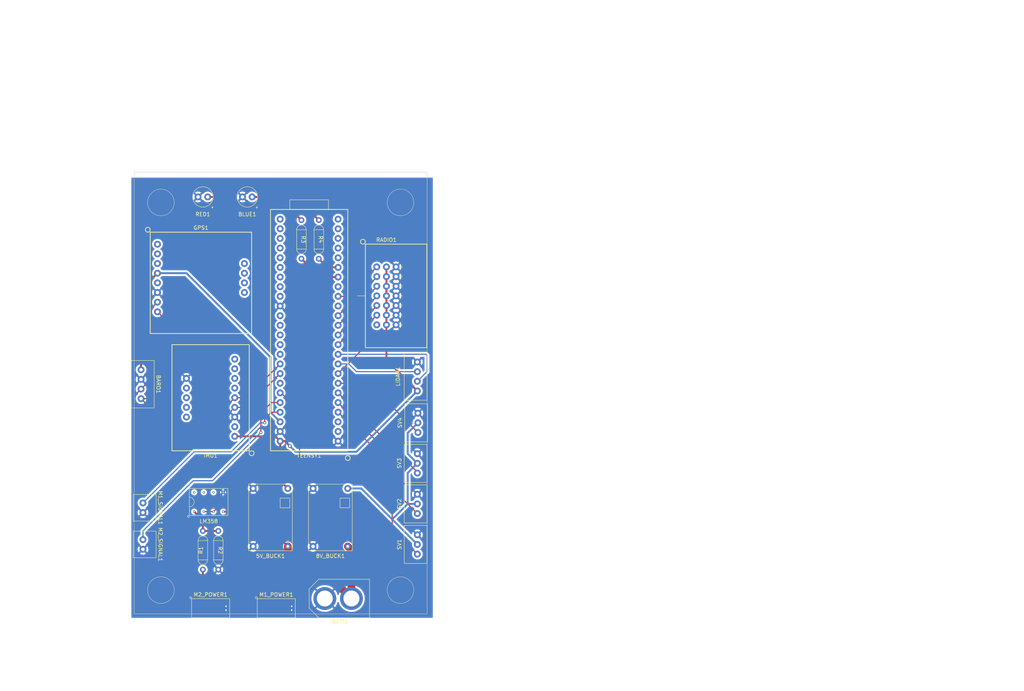
<source format=kicad_pcb>
(kicad_pcb (version 20211014) (generator pcbnew)
  (layers (0 "F.Cu" signal) (31 "B.Cu" power) (34 "B.Paste" user) (35 "F.Paste" user) (36 "B.SilkS" user "B.Silkscreen") (37 "F.SilkS" user "F.Silkscreen") (38 "B.Mask" user) (39 "F.Mask" user) (44 "Edge.Cuts" user))
  (net 0 "")
  (net 1 "/SV1_PWM")
  (net 2 "/SV2_PWM")
  (net 3 "/SV3_PWM")
  (net 4 "/SV4_PWM")
  (net 5 "/CH1")
  (net 6 "/RX2")
  (net 7 "/TX2")
  (net 8 "/CH2")
  (net 9 "/CH3")
  (net 10 "/CH4")
  (net 11 "/CH5")
  (net 12 "/SDA")
  (net 13 "/SCL")
  (net 14 "/RED_LED")
  (net 15 "/BLUE_LED")
  (net 16 "/CH6")
  (net 17 "/BATT_LEVEL")
  (net 18 "GND")
  (net 19 "+5V")
  (net 20 "+3.3V")
  (net 21 "/BATT+")
  (net 22 "+8V")
  (net 23 "Net-(R1-Pad2)")
  (net 24 "/M1_Signal")
  (net 25 "/M2_Signal")
  (net 26 "Net-(R3-Pad1)")
  (net 27 "Net-(BLUE1-Pad1)")
  (footprint "UserKiCadFootprints:MINI_360" (layer "F.Cu") (at 99.568 150.876 90)
    (fp_text reference "8V_BUCK1" (at -10.16 0 unlocked) (layer "F.SilkS"))
    (fp_text value "MINI-360")
    (fp_rect (start 2.54 2.54) (end 5.08 5.08) (layer "F.SilkS") (width 0.12) (fill none))
    (fp_rect (start 8.75 5.75) (end -8.75 -5.75) (layer "F.SilkS") (width 0.12) (fill none))
    (pad "1" thru_hole circle (at -7.62 4.56 90) (size 1.524 1.524) (drill 0.762) (layers *.Cu *.Mask) (net 21 "/BATT+"))
    (pad "2" thru_hole circle (at -7.62 -4.56 90) (size 1.8 1.8) (drill 0.9) (layers *.Cu *.Mask) (net 18 "GND"))
    (pad "3" thru_hole circle (at 7.62 -4.56 90) (size 1.8 1.8) (drill 0.9) (layers *.Cu *.Mask) (net 18 "GND"))
    (pad "4" thru_hole circle (at 7.62 4.56 90) (size 1.8 1.8) (drill 0.9) (layers *.Cu *.Mask) (net 22 "+8V"))
  )
  (footprint "UserKiCadFootprints:XT60_MOUNT" (layer "F.Cu") (at 101.6 172.212 180)
    (fp_text reference "BATT1" (at -0.508 -6.096 unlocked) (layer "F.SilkS"))
    (fp_text value "LIPO")
    (fp_line (start -8.255 -5.08) (end -8.255 5.08) (layer "F.SilkS") (width 0.12))
    (fp_line (start 5.08 -5.08) (end -8.255 -5.08) (layer "F.SilkS") (width 0.12))
    (fp_line (start 7.62 2.54) (end 5.08 5.08) (layer "F.SilkS") (width 0.12))
    (fp_line (start 7.62 -2.54) (end 5.08 -5.08) (layer "F.SilkS") (width 0.12))
    (fp_line (start -8.255 5.08) (end 5.08 5.08) (layer "F.SilkS") (width 0.12))
    (fp_line (start 7.62 2.54) (end 7.62 -2.54) (layer "F.SilkS") (width 0.12))
    (pad "1" thru_hole circle (at -3.5 0 180) (size 6 6) (drill 4.2) (layers *.Cu *.Mask) (net 21 "/BATT+"))
    (pad "2" thru_hole circle (at 3.5 0 180) (size 6 6) (drill 4.2) (layers *.Cu *.Mask) (net 18 "GND"))
  )
  (footprint "UserKiCadFootprints:pinhole_resistor" (layer "F.Cu") (at 70.104 159.512 -90)
    (fp_text reference "R2" (at 0 -0.5 -90 unlocked) (layer "F.SilkS"))
    (fp_text value "R")
    (fp_line (start -2.54 1.25) (end 2.54 1.25) (layer "F.SilkS") (width 0.12))
    (fp_line (start 2.54 -1.25) (end 2.54 1.25) (layer "F.SilkS") (width 0.12))
    (fp_line (start -2.54 -1.25) (end 2.54 -1.25) (layer "F.SilkS") (width 0.12))
    (fp_line (start -2.54 -1.25) (end -2.54 1.25) (layer "F.SilkS") (width 0.12))
    (fp_arc (start -2.54 1.25) (mid -3.79 0) (end -2.54 -1.25) (layer "F.SilkS") (width 0.12))
    (fp_arc (start 2.54 -1.25) (mid 3.79 0) (end 2.54 1.25) (layer "F.SilkS") (width 0.12))
    (pad "1" thru_hole circle (at -5.08 0 270) (size 1.524 1.524) (drill 0.762) (layers *.Cu *.Mask) (net 23 "Net-(R1-Pad2)"))
    (pad "2" thru_hole circle (at 5.08 0 270) (size 1.524 1.524) (drill 0.762) (layers *.Cu *.Mask) (net 18 "GND"))
  )
  (footprint "UserKiCadFootprints:pinhole_resistor" (layer "F.Cu") (at 91.948 77.724 -90)
    (fp_text reference "R3" (at 0 -0.5 -90 unlocked) (layer "F.SilkS"))
    (fp_text value "R")
    (fp_line (start -2.54 -1.25) (end 2.54 -1.25) (layer "F.SilkS") (width 0.12))
    (fp_line (start -2.54 1.25) (end 2.54 1.25) (layer "F.SilkS") (width 0.12))
    (fp_line (start -2.54 -1.25) (end -2.54 1.25) (layer "F.SilkS") (width 0.12))
    (fp_line (start 2.54 -1.25) (end 2.54 1.25) (layer "F.SilkS") (width 0.12))
    (fp_arc (start 2.54 -1.25) (mid 3.79 0) (end 2.54 1.25) (layer "F.SilkS") (width 0.12))
    (fp_arc (start -2.54 1.25) (mid -3.79 0) (end -2.54 -1.25) (layer "F.SilkS") (width 0.12))
    (pad "1" thru_hole circle (at -5.08 0 270) (size 1.524 1.524) (drill 0.762) (layers *.Cu *.Mask) (net 26 "Net-(R3-Pad1)"))
    (pad "2" thru_hole circle (at 5.08 0 270) (size 1.524 1.524) (drill 0.762) (layers *.Cu *.Mask) (net 15 "/BLUE_LED"))
  )
  (footprint "UserKiCadFootprints:MINI_360" (layer "F.Cu") (at 83.82 150.876 90)
    (fp_text reference "5V_BUCK1" (at -10.16 0 unlocked) (layer "F.SilkS"))
    (fp_text value "MINI-360")
    (fp_rect (start 2.54 2.54) (end 5.08 5.08) (layer "F.SilkS") (width 0.12) (fill none))
    (fp_rect (start 8.75 5.75) (end -8.75 -5.75) (layer "F.SilkS") (width 0.12) (fill none))
    (pad "1" thru_hole circle (at -7.62 4.56 90) (size 1.524 1.524) (drill 0.762) (layers *.Cu *.Mask) (net 21 "/BATT+"))
    (pad "2" thru_hole circle (at -7.62 -4.56 90) (size 1.8 1.8) (drill 0.9) (layers *.Cu *.Mask) (net 18 "GND"))
    (pad "3" thru_hole circle (at 7.62 -4.56 90) (size 1.8 1.8) (drill 0.9) (layers *.Cu *.Mask) (net 18 "GND"))
    (pad "4" thru_hole circle (at 7.62 4.56 90) (size 1.8 1.8) (drill 0.9) (layers *.Cu *.Mask) (net 19 "+5V"))
  )
  (footprint "UserKiCadFootprints:JST_XH_2pin" (layer "F.Cu") (at 50.292 157.988 -90)
    (fp_text reference "M2_SIGNAL1" (at 0 -4.572 -90 unlocked) (layer "F.SilkS"))
    (fp_text value "XING2/BL_HELI35A_SIGNAL")
    (fp_rect (start 3.5 2.55) (end -3.5 -3.45) (layer "F.SilkS") (width 0.12) (fill none))
    (pad "1" thru_hole circle (at -1.27 0 270) (size 1.8 1.8) (drill 0.9) (layers *.Cu *.Mask) (net 25 "/M2_Signal"))
    (pad "2" thru_hole circle (at 1.27 0 270) (size 1.8 1.8) (drill 0.9) (layers *.Cu *.Mask) (net 18 "GND"))
  )
  (footprint "UserKiCadFootprints:FS-IA6B" (layer "F.Cu") (at 114.301425 92.583 -90)
    (fp_text reference "RADIO1" (at -14.732 0.001425 unlocked) (layer "F.SilkS"))
    (fp_text value "FS-IA6B")
    (fp_line (start 0 5.54355) (end 0 7.62) (layer "F.SilkS") (width 0.12))
    (fp_rect (start 13.62075 5.54355) (end -13.62075 -10.62355) (layer "F.SilkS") (width 0.2032) (fill none))
    (fp_circle (center -14.25575 6.17855) (end -13.62075 6.17855) (layer "F.SilkS") (width 0.2032) (fill none))
    (pad "1" thru_hole circle (at -7.62 2.54 270) (size 1.8 1.8) (drill 0.9) (layers *.Cu *.Mask) (net 5 "/CH1"))
    (pad "2" thru_hole circle (at -5.08 2.54 270) (size 1.8 1.8) (drill 0.9) (layers *.Cu *.Mask) (net 8 "/CH2"))
    (pad "3" thru_hole circle (at -2.54 2.54 270) (size 1.8 1.8) (drill 0.9) (layers *.Cu *.Mask) (net 9 "/CH3"))
    (pad "4" thru_hole circle (at 0 2.54 270) (size 1.8 1.8) (drill 0.9) (layers *.Cu *.Mask) (net 10 "/CH4"))
    (pad "5" thru_hole circle (at 2.54 2.54 270) (size 1.8 1.8) (drill 0.9) (layers *.Cu *.Mask) (net 11 "/CH5"))
    (pad "6" thru_hole circle (at 5.08 2.54 270) (size 1.8 1.8) (drill 0.9) (layers *.Cu *.Mask) (net 16 "/CH6"))
    (pad "7" thru_hole circle (at 7.62 2.54 270) (size 1.8 1.8) (drill 0.9) (layers *.Cu *.Mask))
    (pad "8" thru_hole circle (at 2.54 0 270) (size 1.8 1.8) (drill 0.9) (layers *.Cu *.Mask) (net 19 "+5V"))
    (pad "8" thru_hole circle (at -7.62 0 270) (size 1.8 1.8) (drill 0.9) (layers *.Cu *.Mask) (net 19 "+5V"))
    (pad "8" thru_hole circle (at 7.62 0 270) (size 1.8 1.8) (drill 0.9) (layers *.Cu *.Mask) (net 19 "+5V"))
    (pad "8" thru_hole circle (at 5.08 0 270) (size 1.8 1.8) (drill 0.9) (layers *.Cu *.Mask) (net 19 "+5V"))
    (pad "8" thru_hole circle (at 0 0 270) (size 1.8 1.8) (drill 0.9) (layers *.Cu *.Mask) (net 19 "+5V"))
    (pad "8" thru_hole circle (at -2.54 0 270) (size 1.8 1.8) (drill 0.9) (layers *.Cu *.Mask) (net 19 "+5V"))
    (pad "8" thru_hole circle (at -5.08 0 270) (size 1.8 1.8) (drill 0.9) (layers *.Cu *.Mask) (net 19 "+5V"))
    (pad "9" thru_hole circle (at 0 -2.54 270) (size 1.8 1.8) (drill 0.9) (layers *.Cu *.Mask) (net 18 "GND"))
    (pad "9" thru_hole circle (at -5.08 -2.54 270) (size 1.8 1.8) (drill 0.9) (layers *.Cu *.Mask) (net 18 "GND"))
    (pad "9" thru_hole circle (at 5.08 -2.54 270) (size 1.8 1.8) (drill 0.9) (layers *.Cu *.Mask) (net 18 "GND"))
    (pad "9" thru_hole circle (at 2.54 -2.54 270) (size 1.8 1.8) (drill 0.9) (layers *.Cu *.Mask) (net 18 "GND"))
    (pad "9" thru_hole circle (at 7.62 -2.54 270) (size 1.8 1.8) (drill 0.9) (layers *.Cu *.Mask) (net 18 "GND"))
    (pad "9" thru_hole circle (at -2.54 -2.54 270) (size 1.8 1.8) (drill 0.9) (layers *.Cu *.Mask) (net 18 "GND"))
    (pad "9" thru_hole circle (at -7.62 -2.54 270) (size 1.8 1.8) (drill 0.9) (layers *.Cu *.Mask) (net 18 "GND"))
  )
  (footprint "UserKiCadFootprints:LM358" (layer "F.Cu") (at 67.564 146.812)
    (fp_text reference "LM358" (at 0 5.08 unlocked) (layer "F.SilkS"))
    (fp_text value "LM358")
    (fp_rect (start -5.08 3.555) (end 5.08 -3.555) (layer "F.SilkS") (width 0.12) (fill none))
    (fp_arc (start -5.08 -1.27) (mid -3.81 0) (end -5.08 1.27) (layer "F.SilkS") (width 0.12))
    (fp_circle (center -5.33 3.805) (end -5.08 3.805) (layer "F.SilkS") (width 0.12) (fill none))
    (pad "1" thru_hole circle (at -3.81 2.54) (size 0.6 0.6) (drill 0.3) (layers *.Mask "F.Cu" "In1.Cu" "B.Cu") (net 23 "Net-(R1-Pad2)"))
    (pad "2" thru_hole circle (at -1.27 2.54) (size 0.6 0.6) (drill 0.3) (layers *.Mask "F.Cu" "In1.Cu" "B.Cu") (net 17 "/BATT_LEVEL"))
    (pad "3" thru_hole circle (at 1.27 2.54) (size 0.6 0.6) (drill 0.3) (layers *.Mask "F.Cu" "In1.Cu" "B.Cu") (net 17 "/BATT_LEVEL"))
    (pad "4" thru_hole circle (at 3.81 2.54) (size 0.6 0.6) (drill 0.3) (layers *.Mask "F.Cu" "In1.Cu" "B.Cu") (net 21 "/BATT+"))
    (pad "5" thru_hole circle (at 3.81 -2.54) (size 0.6 0.6) (drill 0.3) (layers *.Cu *.Mask) (net 18 "GND"))
    (pad "6" thru_hole circle (at 1.27 -2.54) (size 0.6 0.6) (drill 0.3) (layers *.Cu *.Mask))
    (pad "7" thru_hole circle (at -1.27 -2.54) (size 0.6 0.6) (drill 0.3) (layers *.Cu *.Mask))
    (pad "8" thru_hole circle (at -3.81 -2.54) (size 0.6 0.6) (drill 0.3) (layers *.Cu *.Mask))
  )
  (footprint "UserKiCadFootprints:JST_XH_3pin" (layer "F.Cu") (at 122.428 136.652 90)
    (fp_text reference "SV3" (at 0 -4.722 90 unlocked) (layer "F.SilkS"))
    (fp_text value "X06H_Servo")
    (fp_line (start 0 2.54) (end 0 2.55) (layer "F.SilkS") (width 0.12))
    (fp_rect (start -5 2.55) (end 5 -3.45) (layer "F.SilkS") (width 0.12) (fill none))
    (pad "1" thru_hole circle (at -2.54 0 90) (size 1.8 1.8) (drill 0.9) (layers *.Cu *.Mask) (net 3 "/SV3_PWM"))
    (pad "2" thru_hole circle (at 0 0 90) (size 1.8 1.8) (drill 0.9) (layers *.Cu *.Mask) (net 22 "+8V"))
    (pad "3" thru_hole circle (at 2.54 0 90) (size 1.8 1.8) (drill 0.9) (layers *.Cu *.Mask) (net 18 "GND"))
  )
  (footprint "UserKiCadFootprints:pinhole_resistor" (layer "F.Cu") (at 96.52 77.724 -90)
    (fp_text reference "R4" (at 0 -0.5 -90 unlocked) (layer "F.SilkS"))
    (fp_text value "R")
    (fp_line (start -2.54 -1.25) (end -2.54 1.25) (layer "F.SilkS") (width 0.12))
    (fp_line (start 2.54 -1.25) (end 2.54 1.25) (layer "F.SilkS") (width 0.12))
    (fp_line (start -2.54 -1.25) (end 2.54 -1.25) (layer "F.SilkS") (width 0.12))
    (fp_line (start -2.54 1.25) (end 2.54 1.25) (layer "F.SilkS") (width 0.12))
    (fp_arc (start 2.54 -1.25) (mid 3.79 0) (end 2.54 1.25) (layer "F.SilkS") (width 0.12))
    (fp_arc (start -2.54 1.25) (mid -3.79 0) (end -2.54 -1.25) (layer "F.SilkS") (width 0.12))
    (pad "1" thru_hole circle (at -5.08 0 270) (size 1.524 1.524) (drill 0.762) (layers *.Cu *.Mask) (net 27 "Net-(BLUE1-Pad1)"))
    (pad "2" thru_hole circle (at 5.08 0 270) (size 1.524 1.524) (drill 0.762) (layers *.Cu *.Mask) (net 14 "/RED_LED"))
  )
  (footprint "UserKiCadFootprints:JST_XH_3pin" (layer "F.Cu") (at 122.428 157.988 90)
    (fp_text reference "SV1" (at 0 -4.722 90 unlocked) (layer "F.SilkS"))
    (fp_text value "X06H_Servo")
    (fp_line (start 0 2.54) (end 0 2.55) (layer "F.SilkS") (width 0.12))
    (fp_rect (start -5 2.55) (end 5 -3.45) (layer "F.SilkS") (width 0.12) (fill none))
    (pad "1" thru_hole circle (at -2.54 0 90) (size 1.8 1.8) (drill 0.9) (layers *.Cu *.Mask) (net 1 "/SV1_PWM"))
    (pad "2" thru_hole circle (at 0 0 90) (size 1.8 1.8) (drill 0.9) (layers *.Cu *.Mask) (net 22 "+8V"))
    (pad "3" thru_hole circle (at 2.54 0 90) (size 1.8 1.8) (drill 0.9) (layers *.Cu *.Mask) (net 18 "GND"))
  )
  (footprint "UserKiCadFootprints:JST_XH_3pin" (layer "F.Cu") (at 122.428 147.32 90)
    (fp_text reference "SV2" (at 0 -4.722 90 unlocked) (layer "F.SilkS"))
    (fp_text value "X06H_Servo")
    (fp_line (start 0 2.54) (end 0 2.55) (layer "F.SilkS") (width 0.12))
    (fp_rect (start -5 2.55) (end 5 -3.45) (layer "F.SilkS") (width 0.12) (fill none))
    (pad "1" thru_hole circle (at -2.54 0 90) (size 1.8 1.8) (drill 0.9) (layers *.Cu *.Mask) (net 2 "/SV2_PWM"))
    (pad "2" thru_hole circle (at 0 0 90) (size 1.8 1.8) (drill 0.9) (layers *.Cu *.Mask) (net 22 "+8V"))
    (pad "3" thru_hole circle (at 2.54 0 90) (size 1.8 1.8) (drill 0.9) (layers *.Cu *.Mask) (net 18 "GND"))
  )
  (footprint "UserKiCadFootprints:Teensy4.1" (layer "F.Cu") (at 93.98 101.6 90)
    (fp_text reference "TEENSY1" (at -33.02 0 unlocked) (layer "F.SilkS"))
    (fp_text value "Teensy4.1")
    (fp_rect (start -31.75 10.16) (end 31.75 -10.16) (layer "F.SilkS") (width 0.2032) (fill none))
    (fp_rect (start 31.75 5.08) (end 34.29 -5.08) (layer "F.SilkS") (width 0.12) (fill none))
    (fp_circle (center -33.655 10.16) (end -33.02 10.16) (layer "F.SilkS") (width 0.2032) (fill none))
    (pad "0" thru_hole circle (at -26.67 7.62 90) (size 1.8 1.8) (drill 0.9) (layers *.Cu *.Mask))
    (pad "1" thru_hole circle (at -24.13 7.62 90) (size 1.8 1.8) (drill 0.9) (layers *.Cu *.Mask))
    (pad "2" thru_hole circle (at -21.59 7.62 90) (size 1.8 1.8) (drill 0.9) (layers *.Cu *.Mask) (net 1 "/SV1_PWM"))
    (pad "3" thru_hole circle (at -19.05 7.62 90) (size 1.8 1.8) (drill 0.9) (layers *.Cu *.Mask) (net 2 "/SV2_PWM"))
    (pad "4" thru_hole circle (at -16.51 7.62 90) (size 1.8 1.8) (drill 0.9) (layers *.Cu *.Mask) (net 3 "/SV3_PWM"))
    (pad "5" thru_hole circle (at -13.97 7.62 90) (size 1.8 1.8) (drill 0.9) (layers *.Cu *.Mask) (net 4 "/SV4_PWM"))
    (pad "6" thru_hole circle (at -11.43 7.62 90) (size 1.8 1.8) (drill 0.9) (layers *.Cu *.Mask) (net 16 "/CH6"))
    (pad "7" thru_hole circle (at -8.89 7.62 90) (size 1.8 1.8) (drill 0.9) (layers *.Cu *.Mask) (net 6 "/RX2"))
    (pad "8" thru_hole circle (at -6.35 7.62 90) (size 1.8 1.8) (drill 0.9) (layers *.Cu *.Mask) (net 7 "/TX2"))
    (pad "9" thru_hole circle (at -3.81 7.62 90) (size 1.8 1.8) (drill 0.9) (layers *.Cu *.Mask) (net 11 "/CH5"))
    (pad "10" thru_hole circle (at -1.27 7.62 90) (size 1.8 1.8) (drill 0.9) (layers *.Cu *.Mask) (net 10 "/CH4"))
    (pad "11" thru_hole circle (at 1.27 7.62 90) (size 1.8 1.8) (drill 0.9) (layers *.Cu *.Mask) (net 9 "/CH3"))
    (pad "12" thru_hole circle (at 3.81 7.62 90) (size 1.8 1.8) (drill 0.9) (layers *.Cu *.Mask) (net 8 "/CH2"))
    (pad "13" thru_hole circle (at 3.81 -7.62 90) (size 1.8 1.8) (drill 0.9) (layers *.Cu *.Mask))
    (pad "14" thru_hole circle (at 1.27 -7.62 90) (size 1.8 1.8) (drill 0.9) (layers *.Cu *.Mask))
    (pad "15" thru_hole circle (at -1.27 -7.62 90) (size 1.8 1.8) (drill 0.9) (layers *.Cu *.Mask))
    (pad "16" thru_hole circle (at -3.81 -7.62 90) (size 1.8 1.8) (drill 0.9) (layers *.Cu *.Mask))
    (pad "17" thru_hole circle (at -6.35 -7.62 90) (size 1.8 1.8) (drill 0.9) (layers *.Cu *.Mask))
    (pad "18" thru_hole circle (at -8.89 -7.62 90) (size 1.8 1.8) (drill 0.9) (layers *.Cu *.Mask) (net 12 "/SDA"))
    (pad "19" thru_hole circle (at -11.43 -7.62 90) (size 1.8 1.8) (drill 0.9) (layers *.Cu *.Mask) (net 13 "/SCL"))
    (pad "20" thru_hole circle (at -13.97 -7.62 90) (size 1.8 1.8) (drill 0.9) (layers *.Cu *.Mask))
    (pad "21" thru_hole circle (at -16.51 -7.62 90) (size 1.8 1.8) (drill 0.9) (layers *.Cu *.Mask) (net 17 "/BATT_LEVEL"))
    (pad "22" thru_hole circle (at -19.05 -7.62 90) (size 1.8 1.8) (drill 0.9) (layers *.Cu *.Mask) (net 25 "/M2_Signal"))
    (pad "23" thru_hole circle (at -21.59 -7.62 90) (size 1.8 1.8) (drill 0.9) (layers *.Cu *.Mask) (net 24 "/M1_Signal"))
    (pad "24" thru_hole circle (at 8.89 7.62 90) (size 1.8 1.8) (drill 0.9) (layers *.Cu *.Mask) (net 5 "/CH1"))
    (pad "25" thru_hole circle (at 11.43 7.62 90) (size 1.8 1.8) (drill 0.9) (layers *.Cu *.Mask))
    (pad "26" thru_hole circle (at 13.97 7.62 90) (size 1.8 1.8) (drill 0.9) (layers *.Cu *.Mask) (net 15 "/BLUE_LED"))
    (pad "27" thru_hole circle (at 16.51 7.62 90) (size 1.8 1.8) (drill 0.9) (layers *.Cu *.Mask) (net 14 "/RED_LED"))
    (pad "28" thru_hole circle (at 19.05 7.62 90) (size 1.8 1.8) (drill 0.9) (layers *.Cu *.Mask))
    (pad "29" thru_hole circle (at 21.59 7.62 90) (size 1.8 1.8) (drill 0.9) (layers *.Cu *.Mask))
    (pad "30" thru_hole circle (at 24.13 7.62 90) (size 1.8 1.8) (drill 0.9) (layers *.Cu *.Mask))
    (pad "31" thru_hole circle (at 26.67 7.62 90) (size 1.8 1.8) (drill 0.9) (layers *.Cu *.Mask))
    (pad "32" thru_hole circle (at 29.21 7.62 90) (size 1.8 1.8) (drill 0.9) (layers *.Cu *.Mask))
    (pad "33" thru_hole circle (at 29.21 -7.62 90) (size 1.8 1.8) (drill 0.9) (layers *.Cu *.Mask))
    (pad "34" thru_hole circle (at 26.67 -7.62 90) (size 1.8 1.8) (drill 0.9) (layers *.Cu *.Mask))
    (pad "35" thru_hole circle (at 24.13 -7.62 90) (size 1.8 1.8) (drill 0.9) (layers *.Cu *.Mask))
    (pad "36" thru_hole circle (at 21.59 -7.62 90) (size 1.8 1.8) (drill 0.9) (layers *.Cu *.Mask))
    (pad "37" thru_hole circle (at 19.05 -7.62 90) (size 1.8 1.8) (drill 0.9) (layers *.Cu *.Mask))
    (pad "38" thru_hole circle (at 16.51 -7.62 90) (size 1.8 1.8) (drill 0.9) (layers *.Cu *.Mask))
    (pad "39" thru_hole circle (at 13.97 -7.62 90) (size 1.8 1.8) (drill 0.9) (layers *.Cu *.Mask))
    (pad "40" thru_hole circle (at 11.43 -7.62 90) (size 1.8 1.8) (drill 0.9) (layers *.Cu *.Mask))
    (pad "41" thru_hole circle (at 8.89 -7.62 90) (size 1.8 1.8) (drill 0.9) (layers *.Cu *.Mask))
    (pad "43" thru_hole circle (at -29.21 7.62 90) (size 1.8 1.8) (drill 0.9) (layers *.Cu *.Mask) (net 18 "GND"))
    (pad "44" thru_hole circle (at 6.35 7.62 90) (size 1.8 1.8) (drill 0.9) (layers *.Cu *.Mask))
    (pad "45" thru_hole circle (at -29.21 -7.62 90) (size 1.8 1.8) (drill 0.9) (layers *.Cu *.Mask) (net 19 "+5V"))
    (pad "46" thru_hole circle (at -26.67 -7.62 90) (size 1.8 1.8) (drill 0.9) (layers *.Cu *.Mask) (net 18 "GND"))
    (pad "47" thru_hole circle (at -24.13 -7.62 90) (size 1.8 1.8) (drill 0.9) (layers *.Cu *.Mask) (net 20 "+3.3V"))
    (pad "48" thru_hole circle (at 6.35 -7.62 90) (size 1.8 1.8) (drill 0.9) (layers *.Cu *.Mask) (net 18 "GND"))
  )
  (footprint "UserKiCadFootprints:SparkFun_ZOEM8Q" (layer "F.Cu") (at 65.532 85.344)
    (fp_text reference "GPS1" (at 0 -10.668 unlocked) (layer "F.SilkS"))
    (fp_text value "SparkFun_ZOE-M8Q")
    (fp_rect (start -13.335 -9.525) (end 13.335 17.145) (layer "F.SilkS") (width 0.2032) (fill none))
    (fp_circle (center -13.97 -10.16) (end -13.335 -10.16) (layer "F.SilkS") (width 0.2032) (fill none))
    (pad "1" thru_hole circle (at -11.43 -6.35 270) (size 1.8 1.8) (drill 0.9) (layers *.Cu *.Mask))
    (pad "2" thru_hole circle (at -11.43 -3.81 270) (size 1.8 1.8) (drill 0.9) (layers *.Cu *.Mask))
    (pad "3" thru_hole circle (at -11.43 -1.27 270) (size 1.8 1.8) (drill 0.9) (layers *.Cu *.Mask))
    (pad "4" thru_hole circle (at -11.43 1.27 270) (size 1.8 1.8) (drill 0.9) (layers *.Cu *.Mask) (net 20 "+3.3V"))
    (pad "5" thru_hole circle (at -11.43 3.81 270) (size 1.8 1.8) (drill 0.9) (layers *.Cu *.Mask))
    (pad "6" thru_hole circle (at -11.43 6.35 270) (size 1.8 1.8) (drill 0.9) (layers *.Cu *.Mask) (net 18 "GND"))
    (pad "7" thru_hole circle (at -11.43 8.89 270) (size 1.8 1.8) (drill 0.9) (layers *.Cu *.Mask) (net 13 "/SCL"))
    (pad "8" thru_hole circle (at -11.43 11.43 270) (size 1.8 1.8) (drill 0.9) (layers *.Cu *.Mask) (net 12 "/SDA"))
    (pad "9" thru_hole circle (at 11.43 -1.27 270) (size 1.8 1.8) (drill 0.9) (layers *.Cu *.Mask))
    (pad "10" thru_hole circle (at 11.43 1.27 270) (size 1.8 1.8) (drill 0.9) (layers *.Cu *.Mask))
    (pad "11" thru_hole circle (at 11.43 3.81 270) (size 1.8 1.8) (drill 0.9) (layers *.Cu *.Mask))
    (pad "12" thru_hole circle (at 11.43 6.35 270) (size 1.8 1.8) (drill 0.9) (layers *.Cu *.Mask))
  )
  (footprint "UserKiCadFootprints:JST_XH_4pin" (layer "F.Cu") (at 122.428 113.792 90)
    (fp_text reference "LIDAR1" (at 0 -5.08 90 unlocked) (layer "F.SilkS"))
    (fp_text value "TF_Mini_Plus")
    (fp_rect (start -6.25 2.55) (end 6.25 -3.45) (layer "F.SilkS") (width 0.12) (fill none))
    (pad "1" thru_hole circle (at -3.81 0 90) (size 1.8 1.8) (drill 0.9) (layers *.Cu *.Mask) (net 19 "+5V"))
    (pad "2" thru_hole circle (at -1.27 0 90) (size 1.8 1.8) (drill 0.9) (layers *.Cu *.Mask) (net 7 "/TX2"))
    (pad "3" thru_hole circle (at 1.27 0 90) (size 1.8 1.8) (drill 0.9) (layers *.Cu *.Mask) (net 6 "/RX2"))
    (pad "4" thru_hole circle (at 3.81 0 90) (size 1.8 1.8) (drill 0.9) (layers *.Cu *.Mask) (net 18 "GND"))
  )
  (footprint "UserKiCadFootprints:LED" (layer "F.Cu") (at 66.04 66.548 180)
    (fp_text reference "RED1" (at 0 -4.572 unlocked) (layer "F.SilkS"))
    (fp_text value "LED")
    (fp_line (start -2.75 -2.75) (end -2.25 -2.75) (layer "F.SilkS") (width 0.12))
    (fp_line (start -2.5 -3) (end -2.5 -2.5) (layer "F.SilkS") (width 0.12))
    (fp_circle (center 0 0) (end 2.68 0) (layer "F.SilkS") (width 0.12) (fill none))
    (pad "1" thru_hole circle (at -1.27 0 180) (size 1.8 1.8) (drill 0.9) (layers *.Cu *.Mask) (net 26 "Net-(R3-Pad1)"))
    (pad "2" thru_hole circle (at 1.27 0 180) (size 1.8 1.8) (drill 0.9) (layers *.Cu *.Mask) (net 18 "GND"))
  )
  (footprint "UserKiCadFootprints:pinhole_resistor" (layer "F.Cu") (at 66.04 159.512 90)
    (fp_text reference "R1" (at 0 -0.5 90 unlocked) (layer "F.SilkS"))
    (fp_text value "R")
    (fp_line (start -2.54 1.25) (end 2.54 1.25) (layer "F.SilkS") (width 0.12))
    (fp_line (start -2.54 -1.25) (end -2.54 1.25) (layer "F.SilkS") (width 0.12))
    (fp_line (start 2.54 -1.25) (end 2.54 1.25) (layer "F.SilkS") (width 0.12))
    (fp_line (start -2.54 -1.25) (end 2.54 -1.25) (layer "F.SilkS") (width 0.12))
    (fp_arc (start 2.54 -1.25) (mid 3.79 0) (end 2.54 1.25) (layer "F.SilkS") (width 0.12))
    (fp_arc (start -2.54 1.25) (mid -3.79 0) (end -2.54 -1.25) (layer "F.SilkS") (width 0.12))
    (pad "1" thru_hole circle (at -5.08 0 90) (size 1.524 1.524) (drill 0.762) (layers *.Cu *.Mask) (net 21 "/BATT+"))
    (pad "2" thru_hole circle (at 5.08 0 90) (size 1.524 1.524) (drill 0.762) (layers *.Cu *.Mask) (net 23 "Net-(R1-Pad2)"))
  )
  (footprint "UserKiCadFootprints:ISM330DHCX" (layer "F.Cu") (at 68.072 119.38 90)
    (fp_text reference "IMU1" (at -15.24 0 unlocked) (layer "F.SilkS"))
    (fp_text value "ISM330DHCX")
    (fp_rect (start -13.97 -10.16) (end 13.97 10.16) (layer "F.SilkS") (width 0.2032) (fill none))
    (fp_circle (center -14.605 10.795) (end -13.97 10.795) (layer "F.SilkS") (width 0.2032) (fill none))
    (pad "1" thru_hole circle (at -10.16 6.35 90) (size 1.8 1.8) (drill 0.9) (layers *.Cu *.Mask) (net 19 "+5V"))
    (pad "2" thru_hole circle (at -7.62 6.35 90) (size 1.8 1.8) (drill 0.9) (layers *.Cu *.Mask))
    (pad "3" thru_hole circle (at -5.08 6.35 90) (size 1.8 1.8) (drill 0.9) (layers *.Cu *.Mask) (net 18 "GND"))
    (pad "4" thru_hole circle (at -2.54 6.35 90) (size 1.8 1.8) (drill 0.9) (layers *.Cu *.Mask) (net 13 "/SCL"))
    (pad "5" thru_hole circle (at 0 6.35 90) (size 1.8 1.8) (drill 0.9) (layers *.Cu *.Mask) (net 12 "/SDA"))
    (pad "6" thru_hole circle (at 2.54 6.35 90) (size 1.8 1.8) (drill 0.9) (layers *.Cu *.Mask))
    (pad "7" thru_hole circle (at 5.08 6.35 90) (size 1.8 1.8) (drill 0.9) (layers *.Cu *.Mask))
    (pad "8" thru_hole circle (at 7.62 6.35 90) (size 1.8 1.8) (drill 0.9) (layers *.Cu *.Mask))
    (pad "9" thru_hole circle (at 10.16 6.35 90) (size 1.8 1.8) (drill 0.9) (layers *.Cu *.Mask))
    (pad "10" thru_hole circle (at -5.08 -6.35 90) (size 1.8 1.8) (drill 0.9) (layers *.Cu *.Mask))
    (pad "11" thru_hole circle (at -2.54 -6.35 90) (size 1.8 1.8) (drill 0.9) (layers *.Cu *.Mask))
    (pad "12" thru_hole circle (at 0 -6.35 90) (size 1.8 1.8) (drill 0.9) (layers *.Cu *.Mask))
    (pad "13" thru_hole circle (at 2.54 -6.35 90) (size 1.8 1.8) (drill 0.9) (layers *.Cu *.Mask))
    (pad "14" thru_hole circle (at 5.08 -6.35 90) (size 1.8 1.8) (drill 0.9) (layers *.Cu *.Mask) (net 18 "GND"))
  )
  (footprint "UserKiCadFootprints:ESC_POWER" (layer "F.Cu") (at 68.072 174.752)
    (fp_text reference "M2_POWER1" (at 0 -3.556 unlocked) (layer "F.SilkS"))
    (fp_text value "XING2/BL_HELI35A_POWER")
    (fp_rect (start -5 2.5) (end 5 -2.5) (layer "F.SilkS") (width 0.12) (fill none))
    (fp_circle (center -5.25 -2.75) (end -5 -2.75) (layer "F.SilkS") (width 0.12) (fill none))
    (pad "1" smd roundrect (at -2.54 0) (size 2 4) (layers "F.Cu" "F.Paste" "F.Mask") (net 21 "/BATT+"))
    (pad "2" smd roundrect (at 2.54 0) (size 2 4) (layers "F.Cu" "F.Paste" "F.Mask") (net 18 "GND"))
  )
  (footprint "UserKiCadFootprints:JST_XH_2pin" (layer "F.Cu") (at 50.292 148.336 -90)
    (fp_text reference "M1_SIGNAL1" (at 0 -4.572 -90 unlocked) (layer "F.SilkS"))
    (fp_text value "XING2/BL_HELI35A_SIGNAL")
    (fp_rect (start 3.5 2.55) (end -3.5 -3.45) (layer "F.SilkS") (width 0.12) (fill none))
    (pad "1" thru_hole circle (at -1.27 0 270) (size 1.8 1.8) (drill 0.9) (layers *.Cu *.Mask) (net 24 "/M1_Signal"))
    (pad "2" thru_hole circle (at 1.27 0 270) (size 1.8 1.8) (drill 0.9) (layers *.Cu *.Mask) (net 18 "GND"))
  )
  (footprint "UserKiCadFootprints:JST_XH_4pin" (layer "F.Cu") (at 49.784 115.824 -90)
    (fp_text reference "BARO1" (at 0 -4.572 -90 unlocked) (layer "F.SilkS"))
    (fp_text value "GY-BMP280-3.3")
    (fp_rect (start -6.25 2.55) (end 6.25 -3.45) (layer "F.SilkS") (width 0.12) (fill none))
    (pad "1" thru_hole circle (at -3.81 0 270) (size 1.8 1.8) (drill 0.9) (layers *.Cu *.Mask) (net 20 "+3.3V"))
    (pad "2" thru_hole circle (at -1.27 0 270) (size 1.8 1.8) (drill 0.9) (layers *.Cu *.Mask) (net 18 "GND"))
    (pad "3" thru_hole circle (at 1.27 0 270) (size 1.8 1.8) (drill 0.9) (layers *.Cu *.Mask) (net 13 "/SCL"))
    (pad "4" thru_hole circle (at 3.81 0 270) (size 1.8 1.8) (drill 0.9) (layers *.Cu *.Mask) (net 12 "/SDA"))
  )
  (footprint "UserKiCadFootprints:ESC_POWER" (layer "F.Cu") (at 85.344 174.752)
    (fp_text reference "M1_POWER1" (at 0 -3.556 unlocked) (layer "F.SilkS"))
    (fp_text value "XING2/BL_HELI35A_POWER")
    (fp_rect (start -5 2.5) (end 5 -2.5) (layer "F.SilkS") (width 0.12) (fill none))
    (fp_circle (center -5.25 -2.75) (end -5 -2.75) (layer "F.SilkS") (width 0.12) (fill none))
    (pad "1" smd roundrect (at -2.54 0) (size 2 4) (layers "F.Cu" "F.Paste" "F.Mask") (net 21 "/BATT+"))
    (pad "2" smd roundrect (at 2.54 0) (size 2 4) (layers "F.Cu" "F.Paste" "F.Mask") (net 18 "GND"))
  )
  (footprint "UserKiCadFootprints:JST_XH_3pin" (layer "F.Cu") (at 122.578 125.984 90)
    (fp_text reference "SV4" (at 0 -4.722 90 unlocked) (layer "F.SilkS"))
    (fp_text value "X06H_Servo")
    (fp_line (start 0 2.54) (end 0 2.55) (layer "F.SilkS") (width 0.12))
    (fp_rect (start -5 2.55) (end 5 -3.45) (layer "F.SilkS") (width 0.12) (fill none))
    (pad "1" thru_hole circle (at -2.54 0 90) (size 1.8 1.8) (drill 0.9) (layers *.Cu *.Mask) (net 4 "/SV4_PWM"))
    (pad "2" thru_hole circle (at 0 0 90) (size 1.8 1.8) (drill 0.9) (layers *.Cu *.Mask) (net 22 "+8V"))
    (pad "3" thru_hole circle (at 2.54 0 90) (size 1.8 1.8) (drill 0.9) (layers *.Cu *.Mask) (net 18 "GND"))
  )
  (footprint "UserKiCadFootprints:LED" (layer "F.Cu") (at 77.724 66.548 180)
    (fp_text reference "BLUE1" (at 0 -4.572 unlocked) (layer "F.SilkS"))
    (fp_text value "LED")
    (fp_line (start -2.5 -3) (end -2.5 -2.5) (layer "F.SilkS") (width 0.12))
    (fp_line (start -2.75 -2.75) (end -2.25 -2.75) (layer "F.SilkS") (width 0.12))
    (fp_circle (center 0 0) (end 2.68 0) (layer "F.SilkS") (width 0.12) (fill none))
    (pad "1" thru_hole circle (at -1.27 0 180) (size 1.8 1.8) (drill 0.9) (layers *.Cu *.Mask) (net 27 "Net-(BLUE1-Pad1)"))
    (pad "2" thru_hole circle (at 1.27 0 180) (size 1.8 1.8) (drill 0.9) (layers *.Cu *.Mask) (net 18 "GND"))
  )
  (gr_circle (center 118 68) (end 121.5 68) (layer "Edge.Cuts") (width 0.1) (fill none))
  (gr_rect (start 48 176.276) (end 125 60) (layer "Edge.Cuts") (width 0.1) (fill none))
  (gr_circle (center 118 170) (end 121.5 170) (layer "Edge.Cuts") (width 0.1) (fill none))
  (gr_circle (center 55 170) (end 58.5 170) (layer "Edge.Cuts") (width 0.1) (fill none))
  (gr_circle (center 55 68) (end 58.5 68) (layer "Edge.Cuts") (width 0.1) (fill none))
  (segment (start 115.824 153.924) (end 122.428 160.528) (width 0.3) (layer "F.Cu") (net 1))
  (segment (start 115.824 137.414) (end 115.824 153.924) (width 0.3) (layer "F.Cu") (net 1))
  (segment (start 101.6 123.19) (end 115.824 137.414) (width 0.3) (layer "F.Cu") (net 1))
  (segment (start 117.856 145.288) (end 122.428 149.86) (width 0.3) (layer "F.Cu") (net 2))
  (segment (start 101.6 120.65) (end 117.856 136.906) (width 0.3) (layer "F.Cu") (net 2))
  (segment (start 117.856 136.906) (end 117.856 145.288) (width 0.3) (layer "F.Cu") (net 2))
  (segment (start 122.428 138.938) (end 122.428 139.192) (width 0.3) (layer "F.Cu") (net 3))
  (segment (start 101.6 118.11) (end 122.428 138.938) (width 0.3) (layer "F.Cu") (net 3))
  (segment (start 101.6 115.57) (end 109.624 115.57) (width 0.3) (layer "F.Cu") (net 4))
  (segment (start 109.624 115.57) (end 122.578 128.524) (width 0.3) (layer "F.Cu") (net 4))
  (segment (start 101.6 92.71) (end 104.014425 92.71) (width 0.3) (layer "F.Cu") (net 5))
  (segment (start 104.014425 92.71) (end 111.761425 84.963) (width 0.3) (layer "F.Cu") (net 5))
  (segment (start 101.6 110.49) (end 104.394 110.49) (width 0.3) (layer "B.Cu") (net 6))
  (segment (start 104.394 110.49) (end 106.426 112.522) (width 0.3) (layer "B.Cu") (net 6))
  (segment (start 106.426 112.522) (end 122.428 112.522) (width 0.3) (layer "B.Cu") (net 6))
  (segment (start 124.714 107.95) (end 124.968 108.204) (width 0.3) (layer "B.Cu") (net 7))
  (segment (start 124.968 112.522) (end 122.428 115.062) (width 0.3) (layer "B.Cu") (net 7))
  (segment (start 124.968 108.204) (end 124.968 112.522) (width 0.3) (layer "B.Cu") (net 7))
  (segment (start 101.6 107.95) (end 124.714 107.95) (width 0.3) (layer "B.Cu") (net 7))
  (segment (start 111.761425 87.628575) (end 111.761425 87.503) (width 0.3) (layer "F.Cu") (net 8))
  (segment (start 101.6 97.79) (end 111.761425 87.628575) (width 0.3) (layer "F.Cu") (net 8))
  (segment (start 111.761425 90.168575) (end 111.761425 90.043) (width 0.3) (layer "F.Cu") (net 9))
  (segment (start 101.6 100.33) (end 111.761425 90.168575) (width 0.3) (layer "F.Cu") (net 9))
  (segment (start 111.761425 92.708575) (end 111.761425 92.583) (width 0.3) (layer "F.Cu") (net 10))
  (segment (start 101.6 102.87) (end 111.761425 92.708575) (width 0.3) (layer "F.Cu") (net 10))
  (segment (start 111.761425 95.248575) (end 111.761425 95.123) (width 0.3) (layer "F.Cu") (net 11))
  (segment (start 101.6 105.41) (end 111.761425 95.248575) (width 0.3) (layer "F.Cu") (net 11))
  (segment (start 56.134 125.984) (end 67.818 125.984) (width 0.3) (layer "F.Cu") (net 12))
  (segment (start 67.818 125.984) (end 74.422 119.38) (width 0.3) (layer "F.Cu") (net 12))
  (segment (start 55.88 116.332) (end 52.578 119.634) (width 0.3) (layer "F.Cu") (net 12))
  (segment (start 49.784 119.634) (end 56.134 125.984) (width 0.3) (layer "F.Cu") (net 12))
  (segment (start 54.102 96.774) (end 55.88 98.552) (width 0.3) (layer "F.Cu") (net 12))
  (segment (start 52.578 119.634) (end 49.784 119.634) (width 0.3) (layer "F.Cu") (net 12))
  (segment (start 74.422 119.38) (end 77.47 119.38) (width 0.3) (layer "F.Cu") (net 12))
  (segment (start 77.47 119.38) (end 86.36 110.49) (width 0.3) (layer "F.Cu") (net 12))
  (segment (start 55.88 98.552) (end 55.88 116.332) (width 0.3) (layer "F.Cu") (net 12))
  (segment (start 77.47 121.92) (end 86.36 113.03) (width 0.3) (layer "F.Cu") (net 13))
  (segment (start 54.102 94.234) (end 51.816 96.52) (width 0.3) (layer "F.Cu") (net 13))
  (segment (start 68.834 127.508) (end 53.34 127.508) (width 0.3) (layer "F.Cu") (net 13))
  (segment (start 53.34 127.508) (end 47.752 121.92) (width 0.3) (layer "F.Cu") (net 13))
  (segment (start 51.816 96.52) (end 51.816 115.062) (width 0.3) (layer "F.Cu") (net 13))
  (segment (start 51.816 115.062) (end 49.784 117.094) (width 0.3) (layer "F.Cu") (net 13))
  (segment (start 74.422 121.92) (end 68.834 127.508) (width 0.3) (layer "F.Cu") (net 13))
  (segment (start 47.752 121.92) (end 47.752 119.126) (width 0.3) (layer "F.Cu") (net 13))
  (segment (start 74.422 121.92) (end 77.47 121.92) (width 0.3) (layer "F.Cu") (net 13))
  (segment (start 47.752 119.126) (end 49.784 117.094) (width 0.3) (layer "F.Cu") (net 13))
  (segment (start 98.806 85.09) (end 96.52 82.804) (width 0.5) (layer "F.Cu") (net 14))
  (segment (start 101.6 85.09) (end 98.806 85.09) (width 0.5) (layer "F.Cu") (net 14))
  (segment (start 96.774 87.63) (end 91.948 82.804) (width 0.5) (layer "F.Cu") (net 15))
  (segment (start 101.6 87.63) (end 96.774 87.63) (width 0.5) (layer "F.Cu") (net 15))
  (segment (start 109.22 105.41) (end 109.22 100.204425) (width 0.3) (layer "F.Cu") (net 16))
  (segment (start 101.6 113.03) (end 109.22 105.41) (width 0.3) (layer "F.Cu") (net 16))
  (segment (start 109.22 100.204425) (end 111.761425 97.663) (width 0.3) (layer "F.Cu") (net 16))
  (segment (start 91.44 129.54) (end 91.44 122.936) (width 0.3) (layer "F.Cu") (net 17))
  (segment (start 91.44 143.256) (end 87.884 146.812) (width 0.3) (layer "F.Cu") (net 17))
  (segment (start 87.884 146.812) (end 71.374 146.812) (width 0.3) (layer "F.Cu") (net 17))
  (segment (start 86.614 118.11) (end 86.36 118.11) (width 0.3) (layer "F.Cu") (net 17))
  (segment (start 91.44 129.54) (end 91.44 143.256) (width 0.3) (layer "F.Cu") (net 17))
  (segment (start 91.44 122.936) (end 86.614 118.11) (width 0.3) (layer "F.Cu") (net 17))
  (segment (start 66.294 149.352) (end 68.834 149.352) (width 0.3) (layer "F.Cu") (net 17))
  (segment (start 71.374 146.812) (end 68.834 149.352) (width 0.3) (layer "F.Cu") (net 17))
  (segment (start 71.628 174.752) (end 72.136 175.26) (width 2) (layer "F.Cu") (net 18))
  (segment (start 71.628 174.752) (end 72.136 174.244) (width 2) (layer "F.Cu") (net 18))
  (segment (start 88.9 174.752) (end 89.408 175.26) (width 2) (layer "F.Cu") (net 18))
  (segment (start 70.612 174.752) (end 71.628 174.752) (width 2) (layer "F.Cu") (net 18))
  (segment (start 87.884 174.752) (end 88.9 174.752) (width 2) (layer "F.Cu") (net 18))
  (segment (start 88.9 174.752) (end 89.408 174.244) (width 2) (layer "F.Cu") (net 18))
  (via (at 72.136 175.26) (size 0.8) (drill 0.4) (layers "F.Cu" "B.Cu") (net 18))
  (via (at 72.136 174.244) (size 0.8) (drill 0.4) (layers "F.Cu" "B.Cu") (net 18))
  (via (at 89.408 174.244) (size 0.8) (drill 0.4) (layers "F.Cu" "B.Cu") (net 18))
  (via (at 89.408 175.26) (size 0.8) (drill 0.4) (layers "F.Cu" "B.Cu") (net 18))
  (segment (start 114.301425 100.203) (end 114.301425 109.475425) (width 0.5) (layer "F.Cu") (net 19))
  (segment (start 86.36 130.81) (end 85.09 129.54) (width 0.5) (layer "F.Cu") (net 19))
  (segment (start 114.301425 100.203) (end 114.301425 84.963) (width 0.5) (layer "F.Cu") (net 19))
  (segment (start 86.36 141.236) (end 86.36 130.81) (width 0.5) (layer "F.Cu") (net 19))
  (segment (start 86.36 130.81) (end 87.63 130.81) (width 0.5) (layer "F.Cu") (net 19))
  (segment (start 88.38 143.256) (end 86.36 141.236) (width 0.5) (layer "F.Cu") (net 19))
  (segment (start 87.63 130.81) (end 88.9 132.08) (width 0.5) (layer "F.Cu") (net 19))
  (segment (start 85.09 129.54) (end 74.422 129.54) (width 0.5) (layer "F.Cu") (net 19))
  (segment (start 114.301425 109.475425) (end 122.428 117.602) (width 0.5) (layer "F.Cu") (net 19))
  (via (at 88.9 132.08) (size 1) (drill 0.5) (layers "F.Cu" "B.Cu") (net 19))
  (segment (start 88.9 132.08) (end 90.424 133.604) (width 0.5) (layer "B.Cu") (net 19))
  (segment (start 106.426 133.604) (end 122.428 117.602) (width 0.5) (layer "B.Cu") (net 19))
  (segment (start 90.424 133.604) (end 106.426 133.604) (width 0.5) (layer "B.Cu") (net 19))
  (segment (start 49.784 112.014) (end 49.784 90.932) (width 0.5) (layer "F.Cu") (net 20))
  (segment (start 49.784 90.932) (end 54.102 86.614) (width 0.5) (layer "F.Cu") (net 20))
  (segment (start 61.722 86.614) (end 83.82 108.712) (width 0.5) (layer "B.Cu") (net 20))
  (segment (start 83.82 108.712) (end 83.82 123.19) (width 0.5) (layer "B.Cu") (net 20))
  (segment (start 54.102 86.614) (end 61.722 86.614) (width 0.5) (layer "B.Cu") (net 20))
  (segment (start 83.82 123.19) (end 86.36 125.73) (width 0.5) (layer "B.Cu") (net 20))
  (segment (start 88.38 165.088) (end 88.392 165.1) (width 2) (layer "F.Cu") (net 21))
  (segment (start 71.374 149.352) (end 79.236 149.352) (width 0.5) (layer "F.Cu") (net 21))
  (segment (start 88.38 169.176) (end 88.38 158.496) (width 2) (layer "F.Cu") (net 21))
  (segment (start 65.532 174.752) (end 65.532 170.688) (width 2) (layer "F.Cu") (net 21))
  (segment (start 79.236 149.352) (end 88.38 158.496) (width 0.5) (layer "F.Cu") (net 21))
  (segment (start 88.392 165.1) (end 97.988 165.1) (width 2) (layer "F.Cu") (net 21))
  (segment (start 97.988 165.1) (end 105.1 172.212) (width 2) (layer "F.Cu") (net 21))
  (segment (start 65.532 170.688) (end 78.74 170.688) (width 2) (layer "F.Cu") (net 21))
  (segment (start 105.1 172.212) (end 105.1 159.468) (width 2) (layer "F.Cu") (net 21))
  (segment (start 105.1 159.468) (end 104.128 158.496) (width 2) (layer "F.Cu") (net 21))
  (segment (start 88.38 158.496) (end 88.38 165.088) (width 2) (layer "F.Cu") (net 21))
  (segment (start 66.04 164.592) (end 66.04 170.18) (width 0.5) (layer "F.Cu") (net 21))
  (segment (start 66.04 170.18) (end 65.532 170.688) (width 0.5) (layer "F.Cu") (net 21))
  (segment (start 78.74 170.688) (end 82.804 174.752) (width 2) (layer "F.Cu") (net 21))
  (segment (start 82.804 174.752) (end 88.38 169.176) (width 2) (layer "F.Cu") (net 21))
  (segment (start 107.696 143.256) (end 115.824 151.384) (width 0.5) (layer "B.Cu") (net 22))
  (segment (start 115.824 151.384) (end 119.888 147.32) (width 0.5) (layer "B.Cu") (net 22))
  (segment (start 119.888 147.32) (end 122.428 147.32) (width 0.5) (layer "B.Cu") (net 22))
  (segment (start 119.888 134.112) (end 119.888 128.674) (width 0.5) (layer "B.Cu") (net 22))
  (segment (start 119.888 147.32) (end 119.888 139.192) (width 0.5) (layer "B.Cu") (net 22))
  (segment (start 119.888 128.674) (end 122.578 125.984) (width 0.5) (layer "B.Cu") (net 22))
  (segment (start 119.888 139.192) (end 122.428 136.652) (width 0.5) (layer "B.Cu") (net 22))
  (segment (start 122.428 136.652) (end 119.888 134.112) (width 0.5) (layer "B.Cu") (net 22))
  (segment (start 115.824 151.384) (end 122.428 157.988) (width 0.5) (layer "B.Cu") (net 22))
  (segment (start 104.128 143.256) (end 107.696 143.256) (width 0.5) (layer "B.Cu") (net 22))
  (segment (start 66.04 151.638) (end 63.754 149.352) (width 0.5) (layer "F.Cu") (net 23))
  (segment (start 66.04 154.432) (end 70.104 154.432) (width 0.5) (layer "F.Cu") (net 23))
  (segment (start 66.04 154.432) (end 66.04 151.638) (width 0.5) (layer "F.Cu") (net 23))
  (segment (start 82.296 125.984) (end 82.296 124.968) (width 0.3) (layer "F.Cu") (net 24))
  (segment (start 84.074 123.19) (end 86.36 123.19) (width 0.3) (layer "F.Cu") (net 24))
  (segment (start 82.296 124.968) (end 84.074 123.19) (width 0.3) (layer "F.Cu") (net 24))
  (via (at 82.296 125.984) (size 0.8) (drill 0.4) (layers "F.Cu" "B.Cu") (net 24))
  (segment (start 81.122761 125.984) (end 73.502761 133.604) (width 0.3) (layer "B.Cu") (net 24))
  (segment (start 63.754 133.604) (end 50.292 147.066) (width 0.3) (layer "B.Cu") (net 24))
  (segment (start 82.296 125.984) (end 81.122761 125.984) (width 0.3) (layer "B.Cu") (net 24))
  (segment (start 73.502761 133.604) (end 63.754 133.604) (width 0.3) (layer "B.Cu") (net 24))
  (segment (start 81.28 128.524) (end 81.28 123.444) (width 0.3) (layer "F.Cu") (net 25))
  (segment (start 84.074 120.65) (end 86.36 120.65) (width 0.3) (layer "F.Cu") (net 25))
  (segment (start 81.28 123.444) (end 84.074 120.65) (width 0.3) (layer "F.Cu") (net 25))
  (via (at 81.28 128.524) (size 0.8) (drill 0.4) (layers "F.Cu" "B.Cu") (net 25))
  (segment (start 63.5 141.224) (end 50.292 154.432) (width 0.3) (layer "B.Cu") (net 25))
  (segment (start 68.58 141.224) (end 63.5 141.224) (width 0.3) (layer "B.Cu") (net 25))
  (segment (start 81.28 128.524) (end 68.58 141.224) (width 0.3) (layer "B.Cu") (net 25))
  (segment (start 50.292 154.432) (end 50.292 156.718) (width 0.3) (layer "B.Cu") (net 25))
  (segment (start 67.31 66.548) (end 71.12 66.548) (width 0.5) (layer "F.Cu") (net 26))
  (segment (start 74.676 70.104) (end 89.408 70.104) (width 0.5) (layer "F.Cu") (net 26))
  (segment (start 89.408 70.104) (end 91.948 72.644) (width 0.5) (layer "F.Cu") (net 26))
  (segment (start 71.12 66.548) (end 74.676 70.104) (width 0.5) (layer "F.Cu") (net 26))
  (segment (start 90.424 66.548) (end 96.52 72.644) (width 0.5) (layer "F.Cu") (net 27))
  (segment (start 78.994 66.548) (end 90.424 66.548) (width 0.5) (layer "F.Cu") (net 27))
  (zone (net 18) (net_name "GND") (layer "B.Cu") (connect_pads (clearance 0.508)) (min_thickness 0.254) (fill yes (thermal_gap 0.508) (thermal_bridge_width 0.508))
    (polygon (pts (xy 280.416 194.564) (xy 147.828 195.072) (xy 12.7 196.596) (xy 13.208 15.24) (xy 281.94 14.732)))
  )
)
</source>
